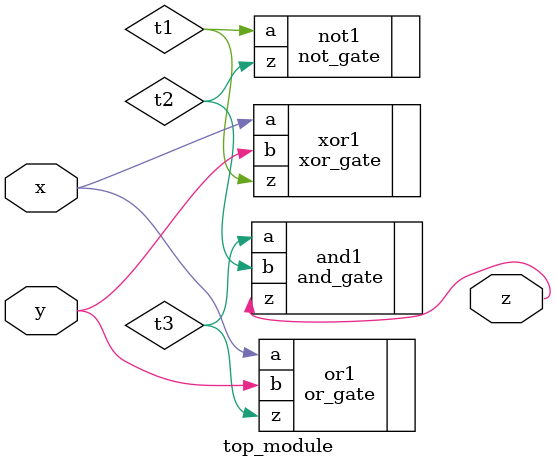
<source format=sv>
module top_module(
	input x,
	input y,
	output z);

  // declare internal wires
  wire t1, t2, t3;

  // xor gate
  xor_gate xor1(
    .a(x),
    .b(y),
    .z(t1)
  );

  // not gate
  not_gate not1(
    .a(t1),
    .z(t2)
  );

  // or gate
  or_gate or1(
    .a(x),
    .b(y),
    .z(t3)
  );

  // and gate
  and_gate and1(
    .a(t3),
    .b(t2),
    .z(z)
  );

endmodule

</source>
